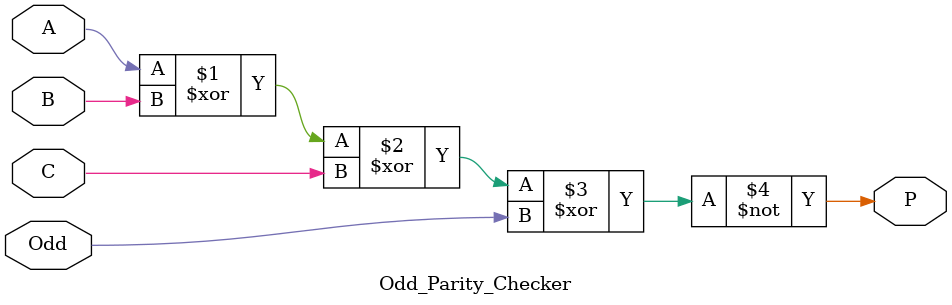
<source format=v>
`timescale 1ns / 1ps
module Odd_Parity_Checker(output P,input A,B,C,Odd
    );
assign P=~(A^B^C^Odd);

endmodule

</source>
